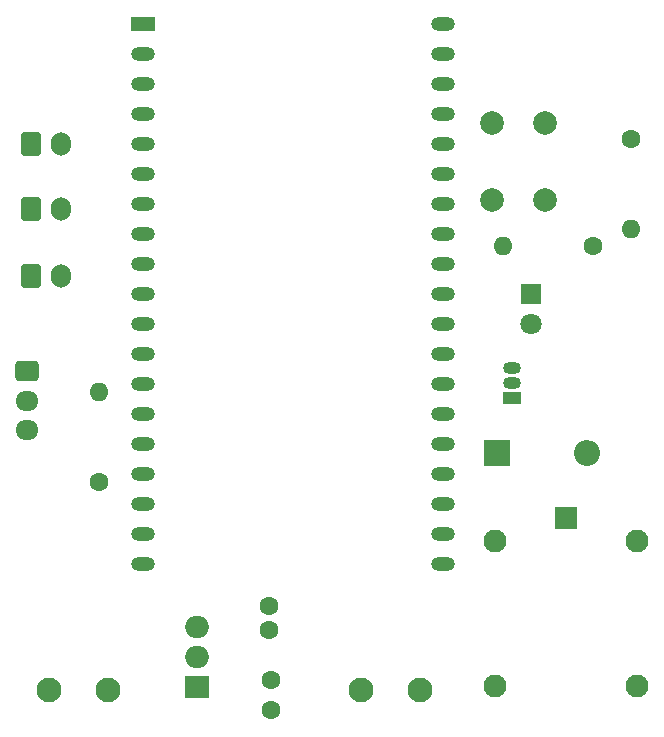
<source format=gbr>
%TF.GenerationSoftware,KiCad,Pcbnew,7.0.9-1.fc39*%
%TF.CreationDate,2023-11-27T00:10:32-03:00*%
%TF.ProjectId,TapBeerFlowControl_hardware,54617042-6565-4724-966c-6f77436f6e74,rev?*%
%TF.SameCoordinates,Original*%
%TF.FileFunction,Copper,L1,Top*%
%TF.FilePolarity,Positive*%
%FSLAX46Y46*%
G04 Gerber Fmt 4.6, Leading zero omitted, Abs format (unit mm)*
G04 Created by KiCad (PCBNEW 7.0.9-1.fc39) date 2023-11-27 00:10:32*
%MOMM*%
%LPD*%
G01*
G04 APERTURE LIST*
G04 Aperture macros list*
%AMRoundRect*
0 Rectangle with rounded corners*
0 $1 Rounding radius*
0 $2 $3 $4 $5 $6 $7 $8 $9 X,Y pos of 4 corners*
0 Add a 4 corners polygon primitive as box body*
4,1,4,$2,$3,$4,$5,$6,$7,$8,$9,$2,$3,0*
0 Add four circle primitives for the rounded corners*
1,1,$1+$1,$2,$3*
1,1,$1+$1,$4,$5*
1,1,$1+$1,$6,$7*
1,1,$1+$1,$8,$9*
0 Add four rect primitives between the rounded corners*
20,1,$1+$1,$2,$3,$4,$5,0*
20,1,$1+$1,$4,$5,$6,$7,0*
20,1,$1+$1,$6,$7,$8,$9,0*
20,1,$1+$1,$8,$9,$2,$3,0*%
G04 Aperture macros list end*
%TA.AperFunction,ComponentPad*%
%ADD10R,1.950000X1.950000*%
%TD*%
%TA.AperFunction,ComponentPad*%
%ADD11C,1.950000*%
%TD*%
%TA.AperFunction,ComponentPad*%
%ADD12C,2.100000*%
%TD*%
%TA.AperFunction,ComponentPad*%
%ADD13RoundRect,0.250000X-0.725000X0.600000X-0.725000X-0.600000X0.725000X-0.600000X0.725000X0.600000X0*%
%TD*%
%TA.AperFunction,ComponentPad*%
%ADD14O,1.950000X1.700000*%
%TD*%
%TA.AperFunction,ComponentPad*%
%ADD15R,2.000000X1.905000*%
%TD*%
%TA.AperFunction,ComponentPad*%
%ADD16O,2.000000X1.905000*%
%TD*%
%TA.AperFunction,ComponentPad*%
%ADD17R,2.200000X2.200000*%
%TD*%
%TA.AperFunction,ComponentPad*%
%ADD18O,2.200000X2.200000*%
%TD*%
%TA.AperFunction,ComponentPad*%
%ADD19C,1.600000*%
%TD*%
%TA.AperFunction,ComponentPad*%
%ADD20O,1.600000X1.600000*%
%TD*%
%TA.AperFunction,ComponentPad*%
%ADD21R,1.500000X1.050000*%
%TD*%
%TA.AperFunction,ComponentPad*%
%ADD22O,1.500000X1.050000*%
%TD*%
%TA.AperFunction,ComponentPad*%
%ADD23C,2.000000*%
%TD*%
%TA.AperFunction,ComponentPad*%
%ADD24R,1.800000X1.800000*%
%TD*%
%TA.AperFunction,ComponentPad*%
%ADD25C,1.800000*%
%TD*%
%TA.AperFunction,ComponentPad*%
%ADD26RoundRect,0.250000X-0.600000X-0.750000X0.600000X-0.750000X0.600000X0.750000X-0.600000X0.750000X0*%
%TD*%
%TA.AperFunction,ComponentPad*%
%ADD27O,1.700000X2.000000*%
%TD*%
%TA.AperFunction,ComponentPad*%
%ADD28R,2.000000X1.200000*%
%TD*%
%TA.AperFunction,ComponentPad*%
%ADD29O,2.000000X1.200000*%
%TD*%
G04 APERTURE END LIST*
D10*
%TO.P,K1,1,COM*%
%TO.N,+12V*%
X158830000Y-70170000D03*
D11*
%TO.P,K1,2,COIL_1*%
%TO.N,+5V*%
X152830000Y-72170000D03*
%TO.P,K1,3,N/O*%
%TO.N,Net-(J6-Pin_2)*%
X152830000Y-84370000D03*
%TO.P,K1,4,NC*%
%TO.N,unconnected-(K1-NC-Pad4)*%
X164830000Y-84370000D03*
%TO.P,K1,5,COIL_2*%
%TO.N,Net-(D2-A)*%
X164830000Y-72170000D03*
%TD*%
D12*
%TO.P,J6,1,Pin_1*%
%TO.N,GND*%
X141450000Y-84710000D03*
%TO.P,J6,2,Pin_2*%
%TO.N,Net-(J6-Pin_2)*%
X146450000Y-84710000D03*
%TD*%
D13*
%TO.P,J2,1,Pin_1*%
%TO.N,GND*%
X113230000Y-57760000D03*
D14*
%TO.P,J2,2,Pin_2*%
%TO.N,Net-(J2-Pin_2)*%
X113230000Y-60260000D03*
%TO.P,J2,3,Pin_3*%
%TO.N,+5V*%
X113230000Y-62760000D03*
%TD*%
D15*
%TO.P,U1,1,VI*%
%TO.N,+12V*%
X127620000Y-84460000D03*
D16*
%TO.P,U1,2,GND*%
%TO.N,GND*%
X127620000Y-81920000D03*
%TO.P,U1,3,VO*%
%TO.N,+5V*%
X127620000Y-79380000D03*
%TD*%
D17*
%TO.P,D2,1,K*%
%TO.N,+5V*%
X152980000Y-64690000D03*
D18*
%TO.P,D2,2,A*%
%TO.N,Net-(D2-A)*%
X160600000Y-64690000D03*
%TD*%
D19*
%TO.P,R3,1*%
%TO.N,GND*%
X161150000Y-47170000D03*
D20*
%TO.P,R3,2*%
%TO.N,Net-(D1-K)*%
X153530000Y-47170000D03*
%TD*%
D19*
%TO.P,C2,1*%
%TO.N,+5V*%
X133710000Y-77670000D03*
%TO.P,C2,2*%
%TO.N,GND*%
X133710000Y-79670000D03*
%TD*%
D12*
%TO.P,J1,1,Pin_1*%
%TO.N,GND*%
X115030000Y-84710000D03*
%TO.P,J1,2,Pin_2*%
%TO.N,+12V*%
X120030000Y-84710000D03*
%TD*%
D21*
%TO.P,Q1,1,C*%
%TO.N,Net-(D2-A)*%
X154250000Y-60050000D03*
D22*
%TO.P,Q1,2,B*%
%TO.N,Net-(Q1-B)*%
X154250000Y-58780000D03*
%TO.P,Q1,3,E*%
%TO.N,GND*%
X154250000Y-57510000D03*
%TD*%
D23*
%TO.P,SW1,1*%
%TO.N,Net-(U2-GPIO5)*%
X152600000Y-43220000D03*
X152600000Y-36720000D03*
%TO.P,SW1,2*%
%TO.N,GND*%
X157100000Y-43220000D03*
X157100000Y-36720000D03*
%TD*%
D19*
%TO.P,C1,1*%
%TO.N,+12V*%
X133820000Y-86440000D03*
%TO.P,C1,2*%
%TO.N,GND*%
X133820000Y-83940000D03*
%TD*%
D24*
%TO.P,D1,1,K*%
%TO.N,Net-(D1-K)*%
X155900000Y-51220000D03*
D25*
%TO.P,D1,2,A*%
%TO.N,Net-(D1-A)*%
X155900000Y-53760000D03*
%TD*%
D26*
%TO.P,J5,1,Pin_1*%
%TO.N,GND*%
X113550000Y-49720000D03*
D27*
%TO.P,J5,2,Pin_2*%
%TO.N,/SEL3*%
X116050000Y-49720000D03*
%TD*%
D19*
%TO.P,R1,1*%
%TO.N,Net-(J2-Pin_2)*%
X119290000Y-67110000D03*
D20*
%TO.P,R1,2*%
%TO.N,GND*%
X119290000Y-59490000D03*
%TD*%
D26*
%TO.P,J4,1,Pin_1*%
%TO.N,GND*%
X113550000Y-44030000D03*
D27*
%TO.P,J4,2,Pin_2*%
%TO.N,/SEL2*%
X116050000Y-44030000D03*
%TD*%
D28*
%TO.P,U2,1,3V3*%
%TO.N,unconnected-(U2-3V3-Pad1)*%
X122990000Y-28386600D03*
D29*
%TO.P,U2,2,CHIP_PU*%
%TO.N,unconnected-(U2-CHIP_PU-Pad2)*%
X122990000Y-30926600D03*
%TO.P,U2,3,SENSOR_VP/GPIO36/ADC1_CH0*%
%TO.N,unconnected-(U2-SENSOR_VP{slash}GPIO36{slash}ADC1_CH0-Pad3)*%
X122990000Y-33466600D03*
%TO.P,U2,4,SENSOR_VN/GPIO39/ADC1_CH3*%
%TO.N,unconnected-(U2-SENSOR_VN{slash}GPIO39{slash}ADC1_CH3-Pad4)*%
X122990000Y-36006600D03*
%TO.P,U2,5,VDET_1/GPIO34/ADC1_CH6*%
%TO.N,unconnected-(U2-VDET_1{slash}GPIO34{slash}ADC1_CH6-Pad5)*%
X122990000Y-38546600D03*
%TO.P,U2,6,VDET_2/GPIO35/ADC1_CH7*%
%TO.N,unconnected-(U2-VDET_2{slash}GPIO35{slash}ADC1_CH7-Pad6)*%
X122990000Y-41086600D03*
%TO.P,U2,7,32K_XP/GPIO32/ADC1_CH4*%
%TO.N,/SEL1*%
X122990000Y-43626600D03*
%TO.P,U2,8,32K_XN/GPIO33/ADC1_CH5*%
%TO.N,/SEL2*%
X122990000Y-46166600D03*
%TO.P,U2,9,DAC_1/ADC2_CH8/GPIO25*%
%TO.N,/SEL3*%
X122990000Y-48706600D03*
%TO.P,U2,10,DAC_2/ADC2_CH9/GPIO26*%
%TO.N,unconnected-(U2-DAC_2{slash}ADC2_CH9{slash}GPIO26-Pad10)*%
X122990000Y-51246600D03*
%TO.P,U2,11,ADC2_CH7/GPIO27*%
%TO.N,Net-(J2-Pin_2)*%
X122990000Y-53786600D03*
%TO.P,U2,12,MTMS/GPIO14/ADC2_CH6*%
%TO.N,unconnected-(U2-MTMS{slash}GPIO14{slash}ADC2_CH6-Pad12)*%
X122990000Y-56326600D03*
%TO.P,U2,13,MTDI/GPIO12/ADC2_CH5*%
%TO.N,unconnected-(U2-MTDI{slash}GPIO12{slash}ADC2_CH5-Pad13)*%
X122990000Y-58866600D03*
%TO.P,U2,14,GND*%
%TO.N,GND*%
X122990000Y-61406600D03*
%TO.P,U2,15,MTCK/GPIO13/ADC2_CH4*%
%TO.N,unconnected-(U2-MTCK{slash}GPIO13{slash}ADC2_CH4-Pad15)*%
X122990000Y-63946600D03*
%TO.P,U2,16,SD_DATA2/GPIO9*%
%TO.N,unconnected-(U2-SD_DATA2{slash}GPIO9-Pad16)*%
X122990000Y-66486600D03*
%TO.P,U2,17,SD_DATA3/GPIO10*%
%TO.N,unconnected-(U2-SD_DATA3{slash}GPIO10-Pad17)*%
X122990000Y-69026600D03*
%TO.P,U2,18,CMD*%
%TO.N,unconnected-(U2-CMD-Pad18)*%
X122990000Y-71566600D03*
%TO.P,U2,19,5V*%
%TO.N,+5V*%
X122990000Y-74106600D03*
%TO.P,U2,20,SD_CLK/GPIO6*%
%TO.N,unconnected-(U2-SD_CLK{slash}GPIO6-Pad20)*%
X148386320Y-74103880D03*
%TO.P,U2,21,SD_DATA0/GPIO7*%
%TO.N,unconnected-(U2-SD_DATA0{slash}GPIO7-Pad21)*%
X148386320Y-71563880D03*
%TO.P,U2,22,SD_DATA1/GPIO8*%
%TO.N,unconnected-(U2-SD_DATA1{slash}GPIO8-Pad22)*%
X148390000Y-69026600D03*
%TO.P,U2,23,MTDO/GPIO15/ADC2_CH3*%
%TO.N,unconnected-(U2-MTDO{slash}GPIO15{slash}ADC2_CH3-Pad23)*%
X148390000Y-66486600D03*
%TO.P,U2,24,ADC2_CH2/GPIO2*%
%TO.N,unconnected-(U2-ADC2_CH2{slash}GPIO2-Pad24)*%
X148390000Y-63946600D03*
%TO.P,U2,25,GPIO0/BOOT/ADC2_CH1*%
%TO.N,unconnected-(U2-GPIO0{slash}BOOT{slash}ADC2_CH1-Pad25)*%
X148390000Y-61406600D03*
%TO.P,U2,26,ADC2_CH0/GPIO4*%
%TO.N,unconnected-(U2-ADC2_CH0{slash}GPIO4-Pad26)*%
X148390000Y-58866600D03*
%TO.P,U2,27,GPIO16*%
%TO.N,unconnected-(U2-GPIO16-Pad27)*%
X148390000Y-56326600D03*
%TO.P,U2,28,GPIO17*%
%TO.N,Net-(D1-A)*%
X148390000Y-53786600D03*
%TO.P,U2,29,GPIO5*%
%TO.N,Net-(U2-GPIO5)*%
X148390000Y-51246600D03*
%TO.P,U2,30,GPIO18*%
%TO.N,unconnected-(U2-GPIO18-Pad30)*%
X148390000Y-48706600D03*
%TO.P,U2,31,GPIO19*%
%TO.N,unconnected-(U2-GPIO19-Pad31)*%
X148390000Y-46166600D03*
%TO.P,U2,32,GND*%
%TO.N,GND*%
X148390000Y-43626600D03*
%TO.P,U2,33,GPIO21*%
%TO.N,unconnected-(U2-GPIO21-Pad33)*%
X148390000Y-41086600D03*
%TO.P,U2,34,U0RXD/GPIO3*%
%TO.N,unconnected-(U2-U0RXD{slash}GPIO3-Pad34)*%
X148390000Y-38546600D03*
%TO.P,U2,35,U0TXD/GPIO1*%
%TO.N,unconnected-(U2-U0TXD{slash}GPIO1-Pad35)*%
X148390000Y-36006600D03*
%TO.P,U2,36,GPIO22*%
%TO.N,unconnected-(U2-GPIO22-Pad36)*%
X148390000Y-33466600D03*
%TO.P,U2,37,GPIO23*%
%TO.N,Net-(U2-GPIO23)*%
X148390000Y-30926600D03*
%TO.P,U2,38,GND*%
%TO.N,GND*%
X148390000Y-28386600D03*
%TD*%
D26*
%TO.P,J3,1,Pin_1*%
%TO.N,GND*%
X113550000Y-38550000D03*
D27*
%TO.P,J3,2,Pin_2*%
%TO.N,/SEL1*%
X116050000Y-38550000D03*
%TD*%
D19*
%TO.P,R2,1*%
%TO.N,Net-(U2-GPIO23)*%
X164320000Y-38060000D03*
D20*
%TO.P,R2,2*%
%TO.N,Net-(Q1-B)*%
X164320000Y-45680000D03*
%TD*%
M02*

</source>
